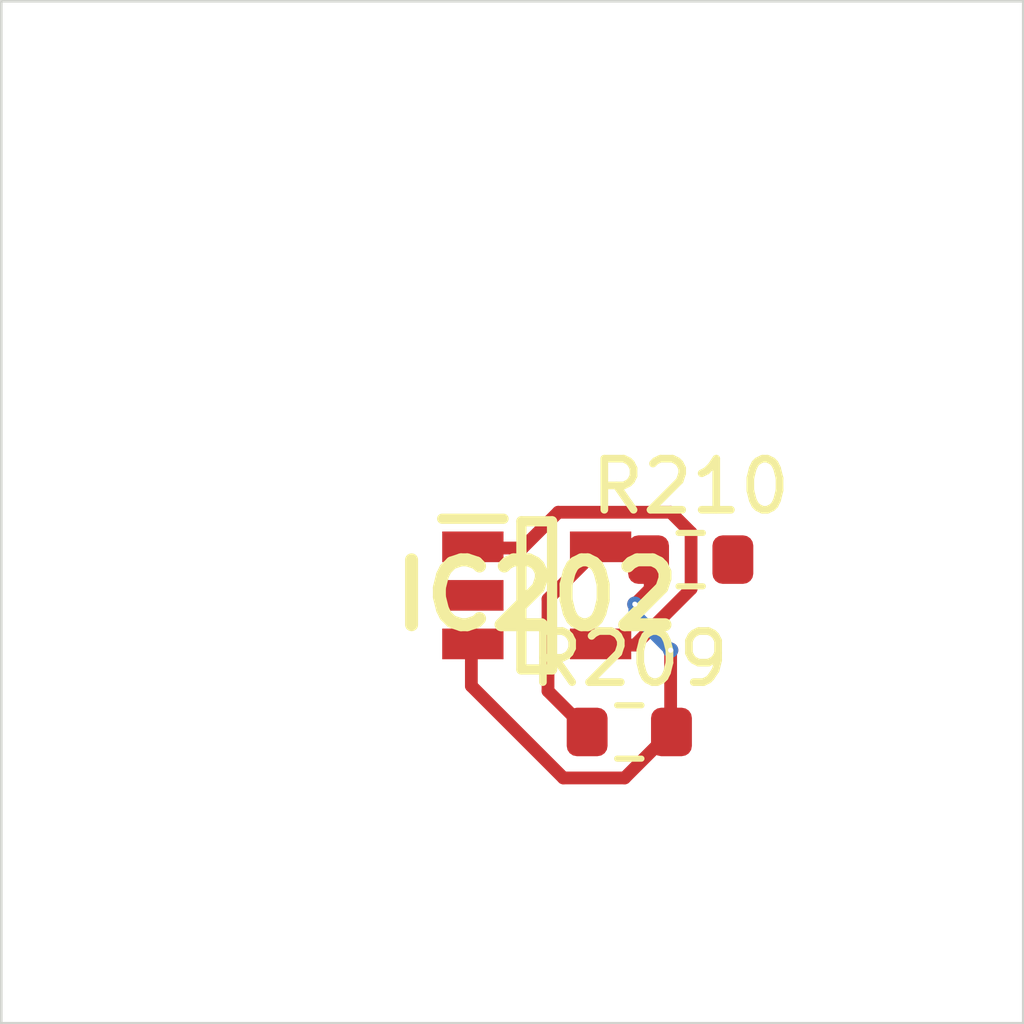
<source format=kicad_pcb>
 ( kicad_pcb  ( version 20171130 )
 ( host pcbnew 5.1.12-84ad8e8a86~92~ubuntu18.04.1 )
 ( general  ( thickness 1.6 )
 ( drawings 4 )
 ( tracks 0 )
 ( zones 0 )
 ( modules 3 )
 ( nets 5 )
)
 ( page A4 )
 ( layers  ( 0 F.Cu signal )
 ( 31 B.Cu signal )
 ( 32 B.Adhes user )
 ( 33 F.Adhes user )
 ( 34 B.Paste user )
 ( 35 F.Paste user )
 ( 36 B.SilkS user )
 ( 37 F.SilkS user )
 ( 38 B.Mask user )
 ( 39 F.Mask user )
 ( 40 Dwgs.User user )
 ( 41 Cmts.User user )
 ( 42 Eco1.User user )
 ( 43 Eco2.User user )
 ( 44 Edge.Cuts user )
 ( 45 Margin user )
 ( 46 B.CrtYd user )
 ( 47 F.CrtYd user )
 ( 48 B.Fab user )
 ( 49 F.Fab user )
)
 ( setup  ( last_trace_width 0.25 )
 ( trace_clearance 0.2 )
 ( zone_clearance 0.508 )
 ( zone_45_only no )
 ( trace_min 0.2 )
 ( via_size 0.8 )
 ( via_drill 0.4 )
 ( via_min_size 0.4 )
 ( via_min_drill 0.3 )
 ( uvia_size 0.3 )
 ( uvia_drill 0.1 )
 ( uvias_allowed no )
 ( uvia_min_size 0.2 )
 ( uvia_min_drill 0.1 )
 ( edge_width 0.05 )
 ( segment_width 0.2 )
 ( pcb_text_width 0.3 )
 ( pcb_text_size 1.5 1.5 )
 ( mod_edge_width 0.12 )
 ( mod_text_size 1 1 )
 ( mod_text_width 0.15 )
 ( pad_size 1.524 1.524 )
 ( pad_drill 0.762 )
 ( pad_to_mask_clearance 0 )
 ( aux_axis_origin 0 0 )
 ( visible_elements FFFFFF7F )
 ( pcbplotparams  ( layerselection 0x010fc_ffffffff )
 ( usegerberextensions false )
 ( usegerberattributes true )
 ( usegerberadvancedattributes true )
 ( creategerberjobfile true )
 ( excludeedgelayer true )
 ( linewidth 0.100000 )
 ( plotframeref false )
 ( viasonmask false )
 ( mode 1 )
 ( useauxorigin false )
 ( hpglpennumber 1 )
 ( hpglpenspeed 20 )
 ( hpglpendiameter 15.000000 )
 ( psnegative false )
 ( psa4output false )
 ( plotreference true )
 ( plotvalue true )
 ( plotinvisibletext false )
 ( padsonsilk false )
 ( subtractmaskfromsilk false )
 ( outputformat 1 )
 ( mirror false )
 ( drillshape 1 )
 ( scaleselection 1 )
 ( outputdirectory "" )
)
)
 ( net 0 "" )
 ( net 1 GND )
 ( net 2 VDDA )
 ( net 3 /Sheet6235D886/vp )
 ( net 4 "Net-(IC202-Pad3)" )
 ( net_class Default "This is the default net class."  ( clearance 0.2 )
 ( trace_width 0.25 )
 ( via_dia 0.8 )
 ( via_drill 0.4 )
 ( uvia_dia 0.3 )
 ( uvia_drill 0.1 )
 ( add_net /Sheet6235D886/vp )
 ( add_net GND )
 ( add_net "Net-(IC202-Pad3)" )
 ( add_net VDDA )
)
 ( module SOT95P280X145-5N locked  ( layer F.Cu )
 ( tedit 62336ED7 )
 ( tstamp 623423ED )
 ( at 90.479100 111.627000 )
 ( descr DBV0005A )
 ( tags "Integrated Circuit" )
 ( path /6235D887/6266C08E )
 ( attr smd )
 ( fp_text reference IC202  ( at 0 0 )
 ( layer F.SilkS )
 ( effects  ( font  ( size 1.27 1.27 )
 ( thickness 0.254 )
)
)
)
 ( fp_text value TL071HIDBVR  ( at 0 0 )
 ( layer F.SilkS )
hide  ( effects  ( font  ( size 1.27 1.27 )
 ( thickness 0.254 )
)
)
)
 ( fp_line  ( start -1.85 -1.5 )
 ( end -0.65 -1.5 )
 ( layer F.SilkS )
 ( width 0.2 )
)
 ( fp_line  ( start -0.3 1.45 )
 ( end -0.3 -1.45 )
 ( layer F.SilkS )
 ( width 0.2 )
)
 ( fp_line  ( start 0.3 1.45 )
 ( end -0.3 1.45 )
 ( layer F.SilkS )
 ( width 0.2 )
)
 ( fp_line  ( start 0.3 -1.45 )
 ( end 0.3 1.45 )
 ( layer F.SilkS )
 ( width 0.2 )
)
 ( fp_line  ( start -0.3 -1.45 )
 ( end 0.3 -1.45 )
 ( layer F.SilkS )
 ( width 0.2 )
)
 ( fp_line  ( start -0.8 -0.5 )
 ( end 0.15 -1.45 )
 ( layer Dwgs.User )
 ( width 0.1 )
)
 ( fp_line  ( start -0.8 1.45 )
 ( end -0.8 -1.45 )
 ( layer Dwgs.User )
 ( width 0.1 )
)
 ( fp_line  ( start 0.8 1.45 )
 ( end -0.8 1.45 )
 ( layer Dwgs.User )
 ( width 0.1 )
)
 ( fp_line  ( start 0.8 -1.45 )
 ( end 0.8 1.45 )
 ( layer Dwgs.User )
 ( width 0.1 )
)
 ( fp_line  ( start -0.8 -1.45 )
 ( end 0.8 -1.45 )
 ( layer Dwgs.User )
 ( width 0.1 )
)
 ( fp_line  ( start -2.1 1.775 )
 ( end -2.1 -1.775 )
 ( layer Dwgs.User )
 ( width 0.05 )
)
 ( fp_line  ( start 2.1 1.775 )
 ( end -2.1 1.775 )
 ( layer Dwgs.User )
 ( width 0.05 )
)
 ( fp_line  ( start 2.1 -1.775 )
 ( end 2.1 1.775 )
 ( layer Dwgs.User )
 ( width 0.05 )
)
 ( fp_line  ( start -2.1 -1.775 )
 ( end 2.1 -1.775 )
 ( layer Dwgs.User )
 ( width 0.05 )
)
 ( pad 1 smd rect  ( at -1.25 -0.95 90.000000 )
 ( size 0.6 1.2 )
 ( layers F.Cu F.Mask F.Paste )
 ( net 3 /Sheet6235D886/vp )
)
 ( pad 2 smd rect  ( at -1.25 0 90.000000 )
 ( size 0.6 1.2 )
 ( layers F.Cu F.Mask F.Paste )
 ( net 1 GND )
)
 ( pad 3 smd rect  ( at -1.25 0.95 90.000000 )
 ( size 0.6 1.2 )
 ( layers F.Cu F.Mask F.Paste )
 ( net 4 "Net-(IC202-Pad3)" )
)
 ( pad 4 smd rect  ( at 1.25 0.95 90.000000 )
 ( size 0.6 1.2 )
 ( layers F.Cu F.Mask F.Paste )
 ( net 3 /Sheet6235D886/vp )
)
 ( pad 5 smd rect  ( at 1.25 -0.95 90.000000 )
 ( size 0.6 1.2 )
 ( layers F.Cu F.Mask F.Paste )
 ( net 2 VDDA )
)
)
 ( module Resistor_SMD:R_0603_1608Metric  ( layer F.Cu )
 ( tedit 5F68FEEE )
 ( tstamp 62342595 )
 ( at 92.291100 114.300000 )
 ( descr "Resistor SMD 0603 (1608 Metric), square (rectangular) end terminal, IPC_7351 nominal, (Body size source: IPC-SM-782 page 72, https://www.pcb-3d.com/wordpress/wp-content/uploads/ipc-sm-782a_amendment_1_and_2.pdf), generated with kicad-footprint-generator" )
 ( tags resistor )
 ( path /6235D887/623CDBD9 )
 ( attr smd )
 ( fp_text reference R209  ( at 0 -1.43 )
 ( layer F.SilkS )
 ( effects  ( font  ( size 1 1 )
 ( thickness 0.15 )
)
)
)
 ( fp_text value 100k  ( at 0 1.43 )
 ( layer F.Fab )
 ( effects  ( font  ( size 1 1 )
 ( thickness 0.15 )
)
)
)
 ( fp_line  ( start -0.8 0.4125 )
 ( end -0.8 -0.4125 )
 ( layer F.Fab )
 ( width 0.1 )
)
 ( fp_line  ( start -0.8 -0.4125 )
 ( end 0.8 -0.4125 )
 ( layer F.Fab )
 ( width 0.1 )
)
 ( fp_line  ( start 0.8 -0.4125 )
 ( end 0.8 0.4125 )
 ( layer F.Fab )
 ( width 0.1 )
)
 ( fp_line  ( start 0.8 0.4125 )
 ( end -0.8 0.4125 )
 ( layer F.Fab )
 ( width 0.1 )
)
 ( fp_line  ( start -0.237258 -0.5225 )
 ( end 0.237258 -0.5225 )
 ( layer F.SilkS )
 ( width 0.12 )
)
 ( fp_line  ( start -0.237258 0.5225 )
 ( end 0.237258 0.5225 )
 ( layer F.SilkS )
 ( width 0.12 )
)
 ( fp_line  ( start -1.48 0.73 )
 ( end -1.48 -0.73 )
 ( layer F.CrtYd )
 ( width 0.05 )
)
 ( fp_line  ( start -1.48 -0.73 )
 ( end 1.48 -0.73 )
 ( layer F.CrtYd )
 ( width 0.05 )
)
 ( fp_line  ( start 1.48 -0.73 )
 ( end 1.48 0.73 )
 ( layer F.CrtYd )
 ( width 0.05 )
)
 ( fp_line  ( start 1.48 0.73 )
 ( end -1.48 0.73 )
 ( layer F.CrtYd )
 ( width 0.05 )
)
 ( fp_text user %R  ( at 0 0 )
 ( layer F.Fab )
 ( effects  ( font  ( size 0.4 0.4 )
 ( thickness 0.06 )
)
)
)
 ( pad 1 smd roundrect  ( at -0.825 0 )
 ( size 0.8 0.95 )
 ( layers F.Cu F.Mask F.Paste )
 ( roundrect_rratio 0.25 )
 ( net 2 VDDA )
)
 ( pad 2 smd roundrect  ( at 0.825 0 )
 ( size 0.8 0.95 )
 ( layers F.Cu F.Mask F.Paste )
 ( roundrect_rratio 0.25 )
 ( net 4 "Net-(IC202-Pad3)" )
)
 ( model ${KISYS3DMOD}/Resistor_SMD.3dshapes/R_0603_1608Metric.wrl  ( at  ( xyz 0 0 0 )
)
 ( scale  ( xyz 1 1 1 )
)
 ( rotate  ( xyz 0 0 0 )
)
)
)
 ( module Resistor_SMD:R_0603_1608Metric  ( layer F.Cu )
 ( tedit 5F68FEEE )
 ( tstamp 623425A6 )
 ( at 93.492900 110.927000 )
 ( descr "Resistor SMD 0603 (1608 Metric), square (rectangular) end terminal, IPC_7351 nominal, (Body size source: IPC-SM-782 page 72, https://www.pcb-3d.com/wordpress/wp-content/uploads/ipc-sm-782a_amendment_1_and_2.pdf), generated with kicad-footprint-generator" )
 ( tags resistor )
 ( path /6235D887/623CDBDF )
 ( attr smd )
 ( fp_text reference R210  ( at 0 -1.43 )
 ( layer F.SilkS )
 ( effects  ( font  ( size 1 1 )
 ( thickness 0.15 )
)
)
)
 ( fp_text value 100k  ( at 0 1.43 )
 ( layer F.Fab )
 ( effects  ( font  ( size 1 1 )
 ( thickness 0.15 )
)
)
)
 ( fp_line  ( start 1.48 0.73 )
 ( end -1.48 0.73 )
 ( layer F.CrtYd )
 ( width 0.05 )
)
 ( fp_line  ( start 1.48 -0.73 )
 ( end 1.48 0.73 )
 ( layer F.CrtYd )
 ( width 0.05 )
)
 ( fp_line  ( start -1.48 -0.73 )
 ( end 1.48 -0.73 )
 ( layer F.CrtYd )
 ( width 0.05 )
)
 ( fp_line  ( start -1.48 0.73 )
 ( end -1.48 -0.73 )
 ( layer F.CrtYd )
 ( width 0.05 )
)
 ( fp_line  ( start -0.237258 0.5225 )
 ( end 0.237258 0.5225 )
 ( layer F.SilkS )
 ( width 0.12 )
)
 ( fp_line  ( start -0.237258 -0.5225 )
 ( end 0.237258 -0.5225 )
 ( layer F.SilkS )
 ( width 0.12 )
)
 ( fp_line  ( start 0.8 0.4125 )
 ( end -0.8 0.4125 )
 ( layer F.Fab )
 ( width 0.1 )
)
 ( fp_line  ( start 0.8 -0.4125 )
 ( end 0.8 0.4125 )
 ( layer F.Fab )
 ( width 0.1 )
)
 ( fp_line  ( start -0.8 -0.4125 )
 ( end 0.8 -0.4125 )
 ( layer F.Fab )
 ( width 0.1 )
)
 ( fp_line  ( start -0.8 0.4125 )
 ( end -0.8 -0.4125 )
 ( layer F.Fab )
 ( width 0.1 )
)
 ( fp_text user %R  ( at 0 0 )
 ( layer F.Fab )
 ( effects  ( font  ( size 0.4 0.4 )
 ( thickness 0.06 )
)
)
)
 ( pad 2 smd roundrect  ( at 0.825 0 )
 ( size 0.8 0.95 )
 ( layers F.Cu F.Mask F.Paste )
 ( roundrect_rratio 0.25 )
 ( net 1 GND )
)
 ( pad 1 smd roundrect  ( at -0.825 0 )
 ( size 0.8 0.95 )
 ( layers F.Cu F.Mask F.Paste )
 ( roundrect_rratio 0.25 )
 ( net 4 "Net-(IC202-Pad3)" )
)
 ( model ${KISYS3DMOD}/Resistor_SMD.3dshapes/R_0603_1608Metric.wrl  ( at  ( xyz 0 0 0 )
)
 ( scale  ( xyz 1 1 1 )
)
 ( rotate  ( xyz 0 0 0 )
)
)
)
 ( gr_line  ( start 100 100 )
 ( end 100 120 )
 ( layer Edge.Cuts )
 ( width 0.05 )
 ( tstamp 62E770C4 )
)
 ( gr_line  ( start 80 120 )
 ( end 100 120 )
 ( layer Edge.Cuts )
 ( width 0.05 )
 ( tstamp 62E770C0 )
)
 ( gr_line  ( start 80 100 )
 ( end 100 100 )
 ( layer Edge.Cuts )
 ( width 0.05 )
 ( tstamp 6234110C )
)
 ( gr_line  ( start 80 100 )
 ( end 80 120 )
 ( layer Edge.Cuts )
 ( width 0.05 )
)
 ( segment  ( start 91.500001 114.300002 )
 ( end 90.700001 113.500002 )
 ( width 0.250000 )
 ( layer F.Cu )
 ( net 2 )
)
 ( segment  ( start 90.700001 113.500002 )
 ( end 90.700001 111.700002 )
 ( width 0.250000 )
 ( layer F.Cu )
 ( net 2 )
)
 ( segment  ( start 90.700001 111.700002 )
 ( end 91.700001 110.700002 )
 ( width 0.250000 )
 ( layer F.Cu )
 ( net 2 )
)
 ( segment  ( start 91.700001 112.600002 )
 ( end 92.400001 112.600002 )
 ( width 0.250000 )
 ( layer F.Cu )
 ( net 3 )
)
 ( segment  ( start 92.400001 112.600002 )
 ( end 93.500001 111.500002 )
 ( width 0.250000 )
 ( layer F.Cu )
 ( net 3 )
)
 ( segment  ( start 93.500001 111.500002 )
 ( end 93.500001 110.400002 )
 ( width 0.250000 )
 ( layer F.Cu )
 ( net 3 )
)
 ( segment  ( start 93.500001 110.400002 )
 ( end 93.100001 110.000002 )
 ( width 0.250000 )
 ( layer F.Cu )
 ( net 3 )
)
 ( segment  ( start 93.100001 110.000002 )
 ( end 90.900001 110.000002 )
 ( width 0.250000 )
 ( layer F.Cu )
 ( net 3 )
)
 ( segment  ( start 90.900001 110.000002 )
 ( end 90.200001 110.700002 )
 ( width 0.250000 )
 ( layer F.Cu )
 ( net 3 )
)
 ( segment  ( start 90.200001 110.700002 )
 ( end 89.200001 110.700002 )
 ( width 0.250000 )
 ( layer F.Cu )
 ( net 3 )
)
 ( segment  ( start 93.100001 114.300002 )
 ( end 92.200001 115.200002 )
 ( width 0.250000 )
 ( layer F.Cu )
 ( net 4 )
)
 ( segment  ( start 92.200001 115.200002 )
 ( end 91.000001 115.200002 )
 ( width 0.250000 )
 ( layer F.Cu )
 ( net 4 )
)
 ( segment  ( start 91.000001 115.200002 )
 ( end 89.200001 113.400002 )
 ( width 0.250000 )
 ( layer F.Cu )
 ( net 4 )
)
 ( segment  ( start 89.200001 113.400002 )
 ( end 89.200001 112.600002 )
 ( width 0.250000 )
 ( layer F.Cu )
 ( net 4 )
)
 ( segment  ( start 92.700001 110.900002 )
 ( end 92.700001 111.500002 )
 ( width 0.250000 )
 ( layer F.Cu )
 ( net 4 )
)
 ( segment  ( start 92.700001 111.500002 )
 ( end 92.400001 111.800002 )
 ( width 0.250000 )
 ( layer F.Cu )
 ( net 4 )
)
 ( segment  ( start 92.400001 111.800002 )
 ( end 92.400001 112.000002 )
 ( width 0.250000 )
 ( layer B.Cu )
 ( net 4 )
)
 ( segment  ( start 92.400001 112.000002 )
 ( end 93.100001 112.700002 )
 ( width 0.250000 )
 ( layer B.Cu )
 ( net 4 )
)
 ( segment  ( start 93.100001 112.700002 )
 ( end 93.100001 114.300002 )
 ( width 0.250000 )
 ( layer F.Cu )
 ( net 4 )
)
 ( via micro  ( at 92.400001 111.800002 )
 ( size 0.300000 )
 ( drill 0.100000 )
 ( layers F.Cu B.Cu )
 ( net 4 )
)
 ( via micro  ( at 93.100001 112.700002 )
 ( size 0.300000 )
 ( drill 0.100000 )
 ( layers F.Cu B.Cu )
 ( net 4 )
)
)

</source>
